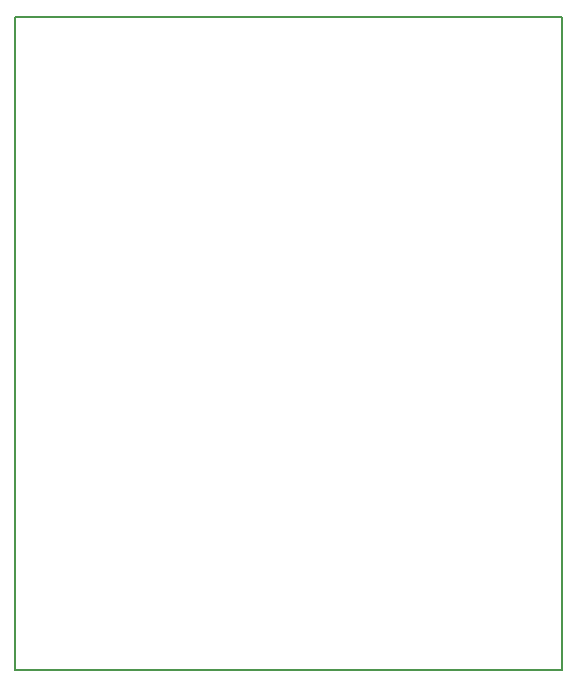
<source format=gbr>
G04 #@! TF.FileFunction,Profile,NP*
%FSLAX46Y46*%
G04 Gerber Fmt 4.6, Leading zero omitted, Abs format (unit mm)*
G04 Created by KiCad (PCBNEW 4.0.2-stable) date 1/10/2018 5:31:38 PM*
%MOMM*%
G01*
G04 APERTURE LIST*
%ADD10C,0.100000*%
%ADD11C,0.150000*%
G04 APERTURE END LIST*
D10*
D11*
X133350000Y-53975000D02*
X133350000Y-109220000D01*
X179705000Y-53975000D02*
X133350000Y-53975000D01*
X179705000Y-109220000D02*
X179705000Y-53975000D01*
X133350000Y-109220000D02*
X179705000Y-109220000D01*
M02*

</source>
